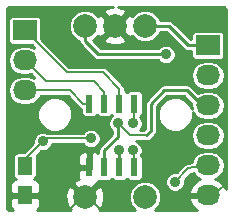
<source format=gbl>
G04 #@! TF.FileFunction,Copper,L2,Bot,Signal*
%FSLAX46Y46*%
G04 Gerber Fmt 4.6, Leading zero omitted, Abs format (unit mm)*
G04 Created by KiCad (PCBNEW 4.0.1-stable) date 3/1/2016 8:27:16 PM*
%MOMM*%
G01*
G04 APERTURE LIST*
%ADD10C,0.150000*%
%ADD11R,1.250000X1.500000*%
%ADD12C,2.000000*%
%ADD13R,2.032000X1.727200*%
%ADD14O,2.032000X1.727200*%
%ADD15R,0.600000X1.550000*%
%ADD16C,0.889000*%
%ADD17C,0.254000*%
%ADD18C,0.203200*%
G04 APERTURE END LIST*
D10*
D11*
X42672000Y-47010000D03*
X42672000Y-49510000D03*
D12*
X47752000Y-35172000D03*
X50292000Y-35172000D03*
X52832000Y-35172000D03*
X52832000Y-49672000D03*
X47752000Y-49672000D03*
D13*
X58166000Y-36830000D03*
D14*
X58166000Y-39370000D03*
X58166000Y-41910000D03*
X58166000Y-44450000D03*
X58166000Y-46990000D03*
X58166000Y-49530000D03*
D13*
X42672000Y-35560000D03*
D14*
X42672000Y-38100000D03*
X42672000Y-40640000D03*
D15*
X51943000Y-47150000D03*
X50673000Y-47150000D03*
X49403000Y-47150000D03*
X48133000Y-47150000D03*
X48133000Y-41750000D03*
X49403000Y-41750000D03*
X50673000Y-41750000D03*
X51943000Y-41750000D03*
D16*
X54610000Y-37592000D03*
X50546000Y-43434000D03*
X48260000Y-44704000D03*
X55372000Y-48387000D03*
X44196000Y-44958000D03*
X54102000Y-47244000D03*
X51816000Y-43434000D03*
X50673000Y-45720000D03*
X51816000Y-45720000D03*
D17*
X54610000Y-37592000D02*
X48895000Y-37592000D01*
X47752000Y-36449000D02*
X47752000Y-35172000D01*
X48895000Y-37592000D02*
X47752000Y-36449000D01*
D18*
X47752000Y-35172000D02*
X47752000Y-35814000D01*
D17*
X58166000Y-36830000D02*
X56515000Y-36830000D01*
X54857000Y-35172000D02*
X52832000Y-35172000D01*
X56515000Y-36830000D02*
X54857000Y-35172000D01*
X58166000Y-41910000D02*
X57658000Y-41910000D01*
X57658000Y-41910000D02*
X56388000Y-40640000D01*
X53340000Y-44069000D02*
X52959000Y-44450000D01*
X53340000Y-41783000D02*
X53340000Y-44069000D01*
X54483000Y-40640000D02*
X53340000Y-41783000D01*
X56388000Y-40640000D02*
X54483000Y-40640000D01*
X49403000Y-47150000D02*
X49403000Y-45720000D01*
X50546000Y-44577000D02*
X50546000Y-43434000D01*
X49403000Y-45720000D02*
X50546000Y-44577000D01*
D18*
X58166000Y-42037000D02*
X58166000Y-41910000D01*
X52959000Y-44450000D02*
X51562000Y-44450000D01*
X51562000Y-44450000D02*
X50546000Y-43434000D01*
X58166000Y-41910000D02*
X57404000Y-41910000D01*
X44450000Y-44704000D02*
X48260000Y-44704000D01*
X44196000Y-44958000D02*
X44450000Y-44704000D01*
X42672000Y-47010000D02*
X42672000Y-46482000D01*
X42672000Y-46482000D02*
X44196000Y-44958000D01*
X56515000Y-47244000D02*
X58166000Y-46990000D01*
X55372000Y-48387000D02*
X56515000Y-47244000D01*
X50292000Y-35172000D02*
X50299000Y-35172000D01*
X47752000Y-49672000D02*
X47483000Y-49672000D01*
X47483000Y-49672000D02*
X46482000Y-50673000D01*
X47752000Y-49672000D02*
X48021000Y-49672000D01*
X48021000Y-49672000D02*
X49022000Y-50673000D01*
X58166000Y-49530000D02*
X58547000Y-49530000D01*
X58547000Y-49530000D02*
X59563000Y-48768000D01*
X51943000Y-41750000D02*
X51943000Y-43307000D01*
X51943000Y-43307000D02*
X51816000Y-43434000D01*
D17*
X50673000Y-47150000D02*
X50673000Y-45720000D01*
D18*
X51816000Y-45720000D02*
X51943000Y-45847000D01*
X51943000Y-45847000D02*
X51943000Y-47150000D01*
X50673000Y-41750000D02*
X50673000Y-40513000D01*
X46228000Y-39116000D02*
X42672000Y-35560000D01*
X49276000Y-39116000D02*
X46228000Y-39116000D01*
X50673000Y-40513000D02*
X49276000Y-39116000D01*
X50673000Y-41750000D02*
X50673000Y-41021000D01*
X49403000Y-41750000D02*
X49403000Y-40767000D01*
X44450000Y-39878000D02*
X42672000Y-38100000D01*
X48514000Y-39878000D02*
X44450000Y-39878000D01*
X49403000Y-40767000D02*
X48514000Y-39878000D01*
X49403000Y-41750000D02*
X49403000Y-41275000D01*
X48133000Y-41750000D02*
X47592000Y-41750000D01*
X46482000Y-40640000D02*
X42672000Y-40640000D01*
X47592000Y-41750000D02*
X46482000Y-40640000D01*
D17*
G36*
X49906540Y-33550144D02*
X49417736Y-33752613D01*
X49319073Y-34019468D01*
X50292000Y-34992395D01*
X51264927Y-34019468D01*
X51166264Y-33752613D01*
X50595859Y-33540700D01*
X59384714Y-33540700D01*
X59524437Y-33568493D01*
X59599411Y-33618589D01*
X59649507Y-33693563D01*
X59677300Y-33833286D01*
X59677300Y-48961296D01*
X59516732Y-48627964D01*
X59080320Y-48238046D01*
X58807757Y-48142704D01*
X58822057Y-48139860D01*
X59225834Y-47870065D01*
X59495629Y-47466288D01*
X59590369Y-46990000D01*
X59495629Y-46513712D01*
X59225834Y-46109935D01*
X58822057Y-45840140D01*
X58345769Y-45745400D01*
X57986231Y-45745400D01*
X57509943Y-45840140D01*
X57106166Y-46109935D01*
X56836371Y-46513712D01*
X56796857Y-46712360D01*
X56441617Y-46767012D01*
X56387157Y-46786830D01*
X56330317Y-46798136D01*
X56299498Y-46818729D01*
X56264668Y-46831403D01*
X56221940Y-46870551D01*
X56173750Y-46902750D01*
X55514876Y-47561624D01*
X55208518Y-47561357D01*
X54905002Y-47686767D01*
X54672583Y-47918781D01*
X54546643Y-48222077D01*
X54546357Y-48550482D01*
X54671767Y-48853998D01*
X54903781Y-49086417D01*
X55207077Y-49212357D01*
X55535482Y-49212643D01*
X55838998Y-49087233D01*
X56071417Y-48855219D01*
X56197357Y-48551923D01*
X56197625Y-48243875D01*
X56744535Y-47696965D01*
X56967576Y-47662651D01*
X57106166Y-47870065D01*
X57509943Y-48139860D01*
X57524243Y-48142704D01*
X57251680Y-48238046D01*
X56815268Y-48627964D01*
X56561291Y-49155209D01*
X56558642Y-49170974D01*
X56679783Y-49403000D01*
X58039000Y-49403000D01*
X58039000Y-49383000D01*
X58293000Y-49383000D01*
X58293000Y-49403000D01*
X58313000Y-49403000D01*
X58313000Y-49657000D01*
X58293000Y-49657000D01*
X58293000Y-49677000D01*
X58039000Y-49677000D01*
X58039000Y-49657000D01*
X56679783Y-49657000D01*
X56558642Y-49889026D01*
X56561291Y-49904791D01*
X56815268Y-50432036D01*
X57212894Y-50787300D01*
X53669486Y-50787300D01*
X54002072Y-50455295D01*
X54212759Y-49947903D01*
X54213239Y-49398507D01*
X54003437Y-48890749D01*
X53615295Y-48501928D01*
X53107903Y-48291241D01*
X52558507Y-48290761D01*
X52050749Y-48500563D01*
X51661928Y-48888705D01*
X51451241Y-49396097D01*
X51450761Y-49945493D01*
X51660563Y-50453251D01*
X51994029Y-50787300D01*
X48990720Y-50787300D01*
X49018814Y-50759206D01*
X48904534Y-50644926D01*
X49171387Y-50546264D01*
X49397908Y-49936539D01*
X49373856Y-49286540D01*
X49171387Y-48797736D01*
X48904532Y-48699073D01*
X47931605Y-49672000D01*
X47945748Y-49686143D01*
X47766143Y-49865748D01*
X47752000Y-49851605D01*
X47737858Y-49865748D01*
X47558253Y-49686143D01*
X47572395Y-49672000D01*
X46599468Y-48699073D01*
X46332613Y-48797736D01*
X46106092Y-49407461D01*
X46130144Y-50057460D01*
X46332613Y-50546264D01*
X46599466Y-50644926D01*
X46485186Y-50759206D01*
X46513280Y-50787300D01*
X43667726Y-50787300D01*
X43835327Y-50619698D01*
X43932000Y-50386309D01*
X43932000Y-49795750D01*
X43773250Y-49637000D01*
X42799000Y-49637000D01*
X42799000Y-49657000D01*
X42545000Y-49657000D01*
X42545000Y-49637000D01*
X41570750Y-49637000D01*
X41412000Y-49795750D01*
X41412000Y-50386309D01*
X41508673Y-50619698D01*
X41676274Y-50787300D01*
X41453286Y-50787300D01*
X41313563Y-50759507D01*
X41238589Y-50709411D01*
X41188493Y-50634437D01*
X41160700Y-50494714D01*
X41160700Y-48633691D01*
X41412000Y-48633691D01*
X41412000Y-49224250D01*
X41570750Y-49383000D01*
X42545000Y-49383000D01*
X42545000Y-49363000D01*
X42799000Y-49363000D01*
X42799000Y-49383000D01*
X43773250Y-49383000D01*
X43932000Y-49224250D01*
X43932000Y-48633691D01*
X43835327Y-48400302D01*
X43656699Y-48221673D01*
X43423310Y-48125000D01*
X43421699Y-48125000D01*
X43438190Y-48121897D01*
X43567865Y-48038454D01*
X43654859Y-47911134D01*
X43685464Y-47760000D01*
X43685464Y-46260000D01*
X43683337Y-46248691D01*
X47198000Y-46248691D01*
X47198000Y-46864250D01*
X47356750Y-47023000D01*
X48006000Y-47023000D01*
X48006000Y-45898750D01*
X47847250Y-45740000D01*
X47706690Y-45740000D01*
X47473301Y-45836673D01*
X47294673Y-46015302D01*
X47198000Y-46248691D01*
X43683337Y-46248691D01*
X43668208Y-46168292D01*
X44053123Y-45783376D01*
X44359482Y-45783643D01*
X44662998Y-45658233D01*
X44895417Y-45426219D01*
X44994916Y-45186600D01*
X47575342Y-45186600D01*
X47791781Y-45403417D01*
X48095077Y-45529357D01*
X48423482Y-45529643D01*
X48726998Y-45404233D01*
X48959417Y-45172219D01*
X49085357Y-44868923D01*
X49085643Y-44540518D01*
X48960233Y-44237002D01*
X48728219Y-44004583D01*
X48424923Y-43878643D01*
X48096518Y-43878357D01*
X47793002Y-44003767D01*
X47574989Y-44221400D01*
X44574673Y-44221400D01*
X44360923Y-44132643D01*
X44032518Y-44132357D01*
X43729002Y-44257767D01*
X43496583Y-44489781D01*
X43370643Y-44793077D01*
X43370375Y-45101126D01*
X42599964Y-45871536D01*
X42047000Y-45871536D01*
X41905810Y-45898103D01*
X41776135Y-45981546D01*
X41689141Y-46108866D01*
X41658536Y-46260000D01*
X41658536Y-47760000D01*
X41685103Y-47901190D01*
X41768546Y-48030865D01*
X41895866Y-48117859D01*
X41931130Y-48125000D01*
X41920690Y-48125000D01*
X41687301Y-48221673D01*
X41508673Y-48400302D01*
X41412000Y-48633691D01*
X41160700Y-48633691D01*
X41160700Y-42965297D01*
X43710743Y-42965297D01*
X43935737Y-43509823D01*
X44351985Y-43926799D01*
X44896118Y-44152743D01*
X45485297Y-44153257D01*
X46029823Y-43928263D01*
X46446799Y-43512015D01*
X46672743Y-42967882D01*
X46673257Y-42378703D01*
X46448263Y-41834177D01*
X46032015Y-41417201D01*
X45487882Y-41191257D01*
X44898703Y-41190743D01*
X44354177Y-41415737D01*
X43937201Y-41831985D01*
X43711257Y-42376118D01*
X43710743Y-42965297D01*
X41160700Y-42965297D01*
X41160700Y-38100000D01*
X41247631Y-38100000D01*
X41342371Y-38576288D01*
X41612166Y-38980065D01*
X42015943Y-39249860D01*
X42492231Y-39344600D01*
X42851769Y-39344600D01*
X43170667Y-39281167D01*
X43483511Y-39594011D01*
X43328057Y-39490140D01*
X42851769Y-39395400D01*
X42492231Y-39395400D01*
X42015943Y-39490140D01*
X41612166Y-39759935D01*
X41342371Y-40163712D01*
X41247631Y-40640000D01*
X41342371Y-41116288D01*
X41612166Y-41520065D01*
X42015943Y-41789860D01*
X42492231Y-41884600D01*
X42851769Y-41884600D01*
X43328057Y-41789860D01*
X43731834Y-41520065D01*
X43997411Y-41122600D01*
X46282100Y-41122600D01*
X47250750Y-42091250D01*
X47407317Y-42195864D01*
X47444536Y-42203267D01*
X47444536Y-42525000D01*
X47471103Y-42666190D01*
X47554546Y-42795865D01*
X47681866Y-42882859D01*
X47833000Y-42913464D01*
X48433000Y-42913464D01*
X48574190Y-42886897D01*
X48703865Y-42803454D01*
X48768530Y-42708813D01*
X48824546Y-42795865D01*
X48951866Y-42882859D01*
X49103000Y-42913464D01*
X49703000Y-42913464D01*
X49844190Y-42886897D01*
X49973865Y-42803454D01*
X50038530Y-42708813D01*
X50064136Y-42748607D01*
X49846583Y-42965781D01*
X49720643Y-43269077D01*
X49720357Y-43597482D01*
X49845767Y-43900998D01*
X50038000Y-44093567D01*
X50038000Y-44366580D01*
X49043790Y-45360790D01*
X48933669Y-45525597D01*
X48895000Y-45720000D01*
X48895000Y-45938975D01*
X48792699Y-45836673D01*
X48559310Y-45740000D01*
X48418750Y-45740000D01*
X48260000Y-45898750D01*
X48260000Y-47023000D01*
X48280000Y-47023000D01*
X48280000Y-47277000D01*
X48260000Y-47277000D01*
X48260000Y-47297000D01*
X48006000Y-47297000D01*
X48006000Y-47277000D01*
X47356750Y-47277000D01*
X47198000Y-47435750D01*
X47198000Y-48051309D01*
X47222270Y-48109902D01*
X46877736Y-48252613D01*
X46779073Y-48519468D01*
X47752000Y-49492395D01*
X48724927Y-48519468D01*
X48715927Y-48495127D01*
X48792699Y-48463327D01*
X48969579Y-48286446D01*
X49103000Y-48313464D01*
X49703000Y-48313464D01*
X49844190Y-48286897D01*
X49973865Y-48203454D01*
X50038530Y-48108813D01*
X50094546Y-48195865D01*
X50221866Y-48282859D01*
X50373000Y-48313464D01*
X50973000Y-48313464D01*
X51114190Y-48286897D01*
X51243865Y-48203454D01*
X51308530Y-48108813D01*
X51364546Y-48195865D01*
X51491866Y-48282859D01*
X51643000Y-48313464D01*
X52243000Y-48313464D01*
X52384190Y-48286897D01*
X52513865Y-48203454D01*
X52600859Y-48076134D01*
X52631464Y-47925000D01*
X52631464Y-46375000D01*
X52604897Y-46233810D01*
X52539006Y-46131411D01*
X52641357Y-45884923D01*
X52641643Y-45556518D01*
X52516233Y-45253002D01*
X52284219Y-45020583D01*
X52072333Y-44932600D01*
X52831305Y-44932600D01*
X52959000Y-44958000D01*
X53153403Y-44919331D01*
X53318210Y-44809210D01*
X53677420Y-44450000D01*
X56741631Y-44450000D01*
X56836371Y-44926288D01*
X57106166Y-45330065D01*
X57509943Y-45599860D01*
X57986231Y-45694600D01*
X58345769Y-45694600D01*
X58822057Y-45599860D01*
X59225834Y-45330065D01*
X59495629Y-44926288D01*
X59590369Y-44450000D01*
X59495629Y-43973712D01*
X59225834Y-43569935D01*
X58822057Y-43300140D01*
X58345769Y-43205400D01*
X57986231Y-43205400D01*
X57509943Y-43300140D01*
X57106166Y-43569935D01*
X56836371Y-43973712D01*
X56741631Y-44450000D01*
X53677420Y-44450000D01*
X53699210Y-44428211D01*
X53809331Y-44263404D01*
X53831240Y-44153257D01*
X53848000Y-44069000D01*
X53848000Y-41993420D01*
X54693420Y-41148000D01*
X56177580Y-41148000D01*
X56774473Y-41744893D01*
X56741631Y-41910000D01*
X56799221Y-42199522D01*
X56648263Y-41834177D01*
X56232015Y-41417201D01*
X55687882Y-41191257D01*
X55098703Y-41190743D01*
X54554177Y-41415737D01*
X54137201Y-41831985D01*
X53911257Y-42376118D01*
X53910743Y-42965297D01*
X54135737Y-43509823D01*
X54551985Y-43926799D01*
X55096118Y-44152743D01*
X55685297Y-44153257D01*
X56229823Y-43928263D01*
X56646799Y-43512015D01*
X56872743Y-42967882D01*
X56873202Y-42441410D01*
X57106166Y-42790065D01*
X57509943Y-43059860D01*
X57986231Y-43154600D01*
X58345769Y-43154600D01*
X58822057Y-43059860D01*
X59225834Y-42790065D01*
X59495629Y-42386288D01*
X59590369Y-41910000D01*
X59495629Y-41433712D01*
X59225834Y-41029935D01*
X58822057Y-40760140D01*
X58345769Y-40665400D01*
X57986231Y-40665400D01*
X57509943Y-40760140D01*
X57340067Y-40873647D01*
X56747210Y-40280790D01*
X56582403Y-40170669D01*
X56388000Y-40132000D01*
X54483000Y-40132000D01*
X54288596Y-40170669D01*
X54123790Y-40280790D01*
X52980790Y-41423790D01*
X52870669Y-41588597D01*
X52832000Y-41783000D01*
X52832000Y-43858579D01*
X52723180Y-43967400D01*
X52450122Y-43967400D01*
X52515417Y-43902219D01*
X52641357Y-43598923D01*
X52641643Y-43270518D01*
X52516233Y-42967002D01*
X52425600Y-42876211D01*
X52425600Y-42860251D01*
X52513865Y-42803454D01*
X52600859Y-42676134D01*
X52631464Y-42525000D01*
X52631464Y-40975000D01*
X52604897Y-40833810D01*
X52521454Y-40704135D01*
X52394134Y-40617141D01*
X52243000Y-40586536D01*
X51643000Y-40586536D01*
X51501810Y-40613103D01*
X51372135Y-40696546D01*
X51307470Y-40791187D01*
X51251454Y-40704135D01*
X51155600Y-40638641D01*
X51155600Y-40513000D01*
X51118864Y-40328317D01*
X51014250Y-40171750D01*
X51014247Y-40171748D01*
X50212500Y-39370000D01*
X56741631Y-39370000D01*
X56836371Y-39846288D01*
X57106166Y-40250065D01*
X57509943Y-40519860D01*
X57986231Y-40614600D01*
X58345769Y-40614600D01*
X58822057Y-40519860D01*
X59225834Y-40250065D01*
X59495629Y-39846288D01*
X59590369Y-39370000D01*
X59495629Y-38893712D01*
X59225834Y-38489935D01*
X58822057Y-38220140D01*
X58345769Y-38125400D01*
X57986231Y-38125400D01*
X57509943Y-38220140D01*
X57106166Y-38489935D01*
X56836371Y-38893712D01*
X56741631Y-39370000D01*
X50212500Y-39370000D01*
X49617250Y-38774750D01*
X49460683Y-38670136D01*
X49276000Y-38633400D01*
X46427899Y-38633400D01*
X44076464Y-36281964D01*
X44076464Y-35445493D01*
X46370761Y-35445493D01*
X46580563Y-35953251D01*
X46968705Y-36342072D01*
X47245601Y-36457049D01*
X47282669Y-36643403D01*
X47392790Y-36808210D01*
X48535790Y-37951210D01*
X48700596Y-38061331D01*
X48895000Y-38100000D01*
X53950698Y-38100000D01*
X54141781Y-38291417D01*
X54445077Y-38417357D01*
X54773482Y-38417643D01*
X55076998Y-38292233D01*
X55309417Y-38060219D01*
X55435357Y-37756923D01*
X55435643Y-37428518D01*
X55310233Y-37125002D01*
X55078219Y-36892583D01*
X54774923Y-36766643D01*
X54446518Y-36766357D01*
X54143002Y-36891767D01*
X53950433Y-37084000D01*
X49105420Y-37084000D01*
X48414092Y-36392672D01*
X48533251Y-36343437D01*
X48552189Y-36324532D01*
X49319073Y-36324532D01*
X49417736Y-36591387D01*
X50027461Y-36817908D01*
X50677460Y-36793856D01*
X51166264Y-36591387D01*
X51264927Y-36324532D01*
X50292000Y-35351605D01*
X49319073Y-36324532D01*
X48552189Y-36324532D01*
X48860423Y-36016836D01*
X48872613Y-36046264D01*
X49139468Y-36144927D01*
X50112395Y-35172000D01*
X50471605Y-35172000D01*
X51444532Y-36144927D01*
X51711387Y-36046264D01*
X51722786Y-36015582D01*
X52048705Y-36342072D01*
X52556097Y-36552759D01*
X53105493Y-36553239D01*
X53613251Y-36343437D01*
X54002072Y-35955295D01*
X54116384Y-35680000D01*
X54646580Y-35680000D01*
X56155790Y-37189210D01*
X56320596Y-37299331D01*
X56515000Y-37338000D01*
X56761536Y-37338000D01*
X56761536Y-37693600D01*
X56788103Y-37834790D01*
X56871546Y-37964465D01*
X56998866Y-38051459D01*
X57150000Y-38082064D01*
X59182000Y-38082064D01*
X59323190Y-38055497D01*
X59452865Y-37972054D01*
X59539859Y-37844734D01*
X59570464Y-37693600D01*
X59570464Y-35966400D01*
X59543897Y-35825210D01*
X59460454Y-35695535D01*
X59333134Y-35608541D01*
X59182000Y-35577936D01*
X57150000Y-35577936D01*
X57008810Y-35604503D01*
X56879135Y-35687946D01*
X56792141Y-35815266D01*
X56761536Y-35966400D01*
X56761536Y-36322000D01*
X56725420Y-36322000D01*
X55216210Y-34812790D01*
X55051403Y-34702669D01*
X54857000Y-34664000D01*
X54116342Y-34664000D01*
X54003437Y-34390749D01*
X53615295Y-34001928D01*
X53107903Y-33791241D01*
X52558507Y-33790761D01*
X52050749Y-34000563D01*
X51723577Y-34327164D01*
X51711387Y-34297736D01*
X51444532Y-34199073D01*
X50471605Y-35172000D01*
X50112395Y-35172000D01*
X49139468Y-34199073D01*
X48872613Y-34297736D01*
X48861214Y-34328418D01*
X48535295Y-34001928D01*
X48027903Y-33791241D01*
X47478507Y-33790761D01*
X46970749Y-34000563D01*
X46581928Y-34388705D01*
X46371241Y-34896097D01*
X46370761Y-35445493D01*
X44076464Y-35445493D01*
X44076464Y-34696400D01*
X44049897Y-34555210D01*
X43966454Y-34425535D01*
X43839134Y-34338541D01*
X43688000Y-34307936D01*
X41656000Y-34307936D01*
X41514810Y-34334503D01*
X41385135Y-34417946D01*
X41298141Y-34545266D01*
X41267536Y-34696400D01*
X41267536Y-36423600D01*
X41294103Y-36564790D01*
X41377546Y-36694465D01*
X41504866Y-36781459D01*
X41656000Y-36812064D01*
X43241564Y-36812064D01*
X43483512Y-37054012D01*
X43328057Y-36950140D01*
X42851769Y-36855400D01*
X42492231Y-36855400D01*
X42015943Y-36950140D01*
X41612166Y-37219935D01*
X41342371Y-37623712D01*
X41247631Y-38100000D01*
X41160700Y-38100000D01*
X41160700Y-33833286D01*
X41188493Y-33693563D01*
X41238589Y-33618589D01*
X41313563Y-33568493D01*
X41453286Y-33540700D01*
X50161762Y-33540700D01*
X49906540Y-33550144D01*
X49906540Y-33550144D01*
G37*
X49906540Y-33550144D02*
X49417736Y-33752613D01*
X49319073Y-34019468D01*
X50292000Y-34992395D01*
X51264927Y-34019468D01*
X51166264Y-33752613D01*
X50595859Y-33540700D01*
X59384714Y-33540700D01*
X59524437Y-33568493D01*
X59599411Y-33618589D01*
X59649507Y-33693563D01*
X59677300Y-33833286D01*
X59677300Y-48961296D01*
X59516732Y-48627964D01*
X59080320Y-48238046D01*
X58807757Y-48142704D01*
X58822057Y-48139860D01*
X59225834Y-47870065D01*
X59495629Y-47466288D01*
X59590369Y-46990000D01*
X59495629Y-46513712D01*
X59225834Y-46109935D01*
X58822057Y-45840140D01*
X58345769Y-45745400D01*
X57986231Y-45745400D01*
X57509943Y-45840140D01*
X57106166Y-46109935D01*
X56836371Y-46513712D01*
X56796857Y-46712360D01*
X56441617Y-46767012D01*
X56387157Y-46786830D01*
X56330317Y-46798136D01*
X56299498Y-46818729D01*
X56264668Y-46831403D01*
X56221940Y-46870551D01*
X56173750Y-46902750D01*
X55514876Y-47561624D01*
X55208518Y-47561357D01*
X54905002Y-47686767D01*
X54672583Y-47918781D01*
X54546643Y-48222077D01*
X54546357Y-48550482D01*
X54671767Y-48853998D01*
X54903781Y-49086417D01*
X55207077Y-49212357D01*
X55535482Y-49212643D01*
X55838998Y-49087233D01*
X56071417Y-48855219D01*
X56197357Y-48551923D01*
X56197625Y-48243875D01*
X56744535Y-47696965D01*
X56967576Y-47662651D01*
X57106166Y-47870065D01*
X57509943Y-48139860D01*
X57524243Y-48142704D01*
X57251680Y-48238046D01*
X56815268Y-48627964D01*
X56561291Y-49155209D01*
X56558642Y-49170974D01*
X56679783Y-49403000D01*
X58039000Y-49403000D01*
X58039000Y-49383000D01*
X58293000Y-49383000D01*
X58293000Y-49403000D01*
X58313000Y-49403000D01*
X58313000Y-49657000D01*
X58293000Y-49657000D01*
X58293000Y-49677000D01*
X58039000Y-49677000D01*
X58039000Y-49657000D01*
X56679783Y-49657000D01*
X56558642Y-49889026D01*
X56561291Y-49904791D01*
X56815268Y-50432036D01*
X57212894Y-50787300D01*
X53669486Y-50787300D01*
X54002072Y-50455295D01*
X54212759Y-49947903D01*
X54213239Y-49398507D01*
X54003437Y-48890749D01*
X53615295Y-48501928D01*
X53107903Y-48291241D01*
X52558507Y-48290761D01*
X52050749Y-48500563D01*
X51661928Y-48888705D01*
X51451241Y-49396097D01*
X51450761Y-49945493D01*
X51660563Y-50453251D01*
X51994029Y-50787300D01*
X48990720Y-50787300D01*
X49018814Y-50759206D01*
X48904534Y-50644926D01*
X49171387Y-50546264D01*
X49397908Y-49936539D01*
X49373856Y-49286540D01*
X49171387Y-48797736D01*
X48904532Y-48699073D01*
X47931605Y-49672000D01*
X47945748Y-49686143D01*
X47766143Y-49865748D01*
X47752000Y-49851605D01*
X47737858Y-49865748D01*
X47558253Y-49686143D01*
X47572395Y-49672000D01*
X46599468Y-48699073D01*
X46332613Y-48797736D01*
X46106092Y-49407461D01*
X46130144Y-50057460D01*
X46332613Y-50546264D01*
X46599466Y-50644926D01*
X46485186Y-50759206D01*
X46513280Y-50787300D01*
X43667726Y-50787300D01*
X43835327Y-50619698D01*
X43932000Y-50386309D01*
X43932000Y-49795750D01*
X43773250Y-49637000D01*
X42799000Y-49637000D01*
X42799000Y-49657000D01*
X42545000Y-49657000D01*
X42545000Y-49637000D01*
X41570750Y-49637000D01*
X41412000Y-49795750D01*
X41412000Y-50386309D01*
X41508673Y-50619698D01*
X41676274Y-50787300D01*
X41453286Y-50787300D01*
X41313563Y-50759507D01*
X41238589Y-50709411D01*
X41188493Y-50634437D01*
X41160700Y-50494714D01*
X41160700Y-48633691D01*
X41412000Y-48633691D01*
X41412000Y-49224250D01*
X41570750Y-49383000D01*
X42545000Y-49383000D01*
X42545000Y-49363000D01*
X42799000Y-49363000D01*
X42799000Y-49383000D01*
X43773250Y-49383000D01*
X43932000Y-49224250D01*
X43932000Y-48633691D01*
X43835327Y-48400302D01*
X43656699Y-48221673D01*
X43423310Y-48125000D01*
X43421699Y-48125000D01*
X43438190Y-48121897D01*
X43567865Y-48038454D01*
X43654859Y-47911134D01*
X43685464Y-47760000D01*
X43685464Y-46260000D01*
X43683337Y-46248691D01*
X47198000Y-46248691D01*
X47198000Y-46864250D01*
X47356750Y-47023000D01*
X48006000Y-47023000D01*
X48006000Y-45898750D01*
X47847250Y-45740000D01*
X47706690Y-45740000D01*
X47473301Y-45836673D01*
X47294673Y-46015302D01*
X47198000Y-46248691D01*
X43683337Y-46248691D01*
X43668208Y-46168292D01*
X44053123Y-45783376D01*
X44359482Y-45783643D01*
X44662998Y-45658233D01*
X44895417Y-45426219D01*
X44994916Y-45186600D01*
X47575342Y-45186600D01*
X47791781Y-45403417D01*
X48095077Y-45529357D01*
X48423482Y-45529643D01*
X48726998Y-45404233D01*
X48959417Y-45172219D01*
X49085357Y-44868923D01*
X49085643Y-44540518D01*
X48960233Y-44237002D01*
X48728219Y-44004583D01*
X48424923Y-43878643D01*
X48096518Y-43878357D01*
X47793002Y-44003767D01*
X47574989Y-44221400D01*
X44574673Y-44221400D01*
X44360923Y-44132643D01*
X44032518Y-44132357D01*
X43729002Y-44257767D01*
X43496583Y-44489781D01*
X43370643Y-44793077D01*
X43370375Y-45101126D01*
X42599964Y-45871536D01*
X42047000Y-45871536D01*
X41905810Y-45898103D01*
X41776135Y-45981546D01*
X41689141Y-46108866D01*
X41658536Y-46260000D01*
X41658536Y-47760000D01*
X41685103Y-47901190D01*
X41768546Y-48030865D01*
X41895866Y-48117859D01*
X41931130Y-48125000D01*
X41920690Y-48125000D01*
X41687301Y-48221673D01*
X41508673Y-48400302D01*
X41412000Y-48633691D01*
X41160700Y-48633691D01*
X41160700Y-42965297D01*
X43710743Y-42965297D01*
X43935737Y-43509823D01*
X44351985Y-43926799D01*
X44896118Y-44152743D01*
X45485297Y-44153257D01*
X46029823Y-43928263D01*
X46446799Y-43512015D01*
X46672743Y-42967882D01*
X46673257Y-42378703D01*
X46448263Y-41834177D01*
X46032015Y-41417201D01*
X45487882Y-41191257D01*
X44898703Y-41190743D01*
X44354177Y-41415737D01*
X43937201Y-41831985D01*
X43711257Y-42376118D01*
X43710743Y-42965297D01*
X41160700Y-42965297D01*
X41160700Y-38100000D01*
X41247631Y-38100000D01*
X41342371Y-38576288D01*
X41612166Y-38980065D01*
X42015943Y-39249860D01*
X42492231Y-39344600D01*
X42851769Y-39344600D01*
X43170667Y-39281167D01*
X43483511Y-39594011D01*
X43328057Y-39490140D01*
X42851769Y-39395400D01*
X42492231Y-39395400D01*
X42015943Y-39490140D01*
X41612166Y-39759935D01*
X41342371Y-40163712D01*
X41247631Y-40640000D01*
X41342371Y-41116288D01*
X41612166Y-41520065D01*
X42015943Y-41789860D01*
X42492231Y-41884600D01*
X42851769Y-41884600D01*
X43328057Y-41789860D01*
X43731834Y-41520065D01*
X43997411Y-41122600D01*
X46282100Y-41122600D01*
X47250750Y-42091250D01*
X47407317Y-42195864D01*
X47444536Y-42203267D01*
X47444536Y-42525000D01*
X47471103Y-42666190D01*
X47554546Y-42795865D01*
X47681866Y-42882859D01*
X47833000Y-42913464D01*
X48433000Y-42913464D01*
X48574190Y-42886897D01*
X48703865Y-42803454D01*
X48768530Y-42708813D01*
X48824546Y-42795865D01*
X48951866Y-42882859D01*
X49103000Y-42913464D01*
X49703000Y-42913464D01*
X49844190Y-42886897D01*
X49973865Y-42803454D01*
X50038530Y-42708813D01*
X50064136Y-42748607D01*
X49846583Y-42965781D01*
X49720643Y-43269077D01*
X49720357Y-43597482D01*
X49845767Y-43900998D01*
X50038000Y-44093567D01*
X50038000Y-44366580D01*
X49043790Y-45360790D01*
X48933669Y-45525597D01*
X48895000Y-45720000D01*
X48895000Y-45938975D01*
X48792699Y-45836673D01*
X48559310Y-45740000D01*
X48418750Y-45740000D01*
X48260000Y-45898750D01*
X48260000Y-47023000D01*
X48280000Y-47023000D01*
X48280000Y-47277000D01*
X48260000Y-47277000D01*
X48260000Y-47297000D01*
X48006000Y-47297000D01*
X48006000Y-47277000D01*
X47356750Y-47277000D01*
X47198000Y-47435750D01*
X47198000Y-48051309D01*
X47222270Y-48109902D01*
X46877736Y-48252613D01*
X46779073Y-48519468D01*
X47752000Y-49492395D01*
X48724927Y-48519468D01*
X48715927Y-48495127D01*
X48792699Y-48463327D01*
X48969579Y-48286446D01*
X49103000Y-48313464D01*
X49703000Y-48313464D01*
X49844190Y-48286897D01*
X49973865Y-48203454D01*
X50038530Y-48108813D01*
X50094546Y-48195865D01*
X50221866Y-48282859D01*
X50373000Y-48313464D01*
X50973000Y-48313464D01*
X51114190Y-48286897D01*
X51243865Y-48203454D01*
X51308530Y-48108813D01*
X51364546Y-48195865D01*
X51491866Y-48282859D01*
X51643000Y-48313464D01*
X52243000Y-48313464D01*
X52384190Y-48286897D01*
X52513865Y-48203454D01*
X52600859Y-48076134D01*
X52631464Y-47925000D01*
X52631464Y-46375000D01*
X52604897Y-46233810D01*
X52539006Y-46131411D01*
X52641357Y-45884923D01*
X52641643Y-45556518D01*
X52516233Y-45253002D01*
X52284219Y-45020583D01*
X52072333Y-44932600D01*
X52831305Y-44932600D01*
X52959000Y-44958000D01*
X53153403Y-44919331D01*
X53318210Y-44809210D01*
X53677420Y-44450000D01*
X56741631Y-44450000D01*
X56836371Y-44926288D01*
X57106166Y-45330065D01*
X57509943Y-45599860D01*
X57986231Y-45694600D01*
X58345769Y-45694600D01*
X58822057Y-45599860D01*
X59225834Y-45330065D01*
X59495629Y-44926288D01*
X59590369Y-44450000D01*
X59495629Y-43973712D01*
X59225834Y-43569935D01*
X58822057Y-43300140D01*
X58345769Y-43205400D01*
X57986231Y-43205400D01*
X57509943Y-43300140D01*
X57106166Y-43569935D01*
X56836371Y-43973712D01*
X56741631Y-44450000D01*
X53677420Y-44450000D01*
X53699210Y-44428211D01*
X53809331Y-44263404D01*
X53831240Y-44153257D01*
X53848000Y-44069000D01*
X53848000Y-41993420D01*
X54693420Y-41148000D01*
X56177580Y-41148000D01*
X56774473Y-41744893D01*
X56741631Y-41910000D01*
X56799221Y-42199522D01*
X56648263Y-41834177D01*
X56232015Y-41417201D01*
X55687882Y-41191257D01*
X55098703Y-41190743D01*
X54554177Y-41415737D01*
X54137201Y-41831985D01*
X53911257Y-42376118D01*
X53910743Y-42965297D01*
X54135737Y-43509823D01*
X54551985Y-43926799D01*
X55096118Y-44152743D01*
X55685297Y-44153257D01*
X56229823Y-43928263D01*
X56646799Y-43512015D01*
X56872743Y-42967882D01*
X56873202Y-42441410D01*
X57106166Y-42790065D01*
X57509943Y-43059860D01*
X57986231Y-43154600D01*
X58345769Y-43154600D01*
X58822057Y-43059860D01*
X59225834Y-42790065D01*
X59495629Y-42386288D01*
X59590369Y-41910000D01*
X59495629Y-41433712D01*
X59225834Y-41029935D01*
X58822057Y-40760140D01*
X58345769Y-40665400D01*
X57986231Y-40665400D01*
X57509943Y-40760140D01*
X57340067Y-40873647D01*
X56747210Y-40280790D01*
X56582403Y-40170669D01*
X56388000Y-40132000D01*
X54483000Y-40132000D01*
X54288596Y-40170669D01*
X54123790Y-40280790D01*
X52980790Y-41423790D01*
X52870669Y-41588597D01*
X52832000Y-41783000D01*
X52832000Y-43858579D01*
X52723180Y-43967400D01*
X52450122Y-43967400D01*
X52515417Y-43902219D01*
X52641357Y-43598923D01*
X52641643Y-43270518D01*
X52516233Y-42967002D01*
X52425600Y-42876211D01*
X52425600Y-42860251D01*
X52513865Y-42803454D01*
X52600859Y-42676134D01*
X52631464Y-42525000D01*
X52631464Y-40975000D01*
X52604897Y-40833810D01*
X52521454Y-40704135D01*
X52394134Y-40617141D01*
X52243000Y-40586536D01*
X51643000Y-40586536D01*
X51501810Y-40613103D01*
X51372135Y-40696546D01*
X51307470Y-40791187D01*
X51251454Y-40704135D01*
X51155600Y-40638641D01*
X51155600Y-40513000D01*
X51118864Y-40328317D01*
X51014250Y-40171750D01*
X51014247Y-40171748D01*
X50212500Y-39370000D01*
X56741631Y-39370000D01*
X56836371Y-39846288D01*
X57106166Y-40250065D01*
X57509943Y-40519860D01*
X57986231Y-40614600D01*
X58345769Y-40614600D01*
X58822057Y-40519860D01*
X59225834Y-40250065D01*
X59495629Y-39846288D01*
X59590369Y-39370000D01*
X59495629Y-38893712D01*
X59225834Y-38489935D01*
X58822057Y-38220140D01*
X58345769Y-38125400D01*
X57986231Y-38125400D01*
X57509943Y-38220140D01*
X57106166Y-38489935D01*
X56836371Y-38893712D01*
X56741631Y-39370000D01*
X50212500Y-39370000D01*
X49617250Y-38774750D01*
X49460683Y-38670136D01*
X49276000Y-38633400D01*
X46427899Y-38633400D01*
X44076464Y-36281964D01*
X44076464Y-35445493D01*
X46370761Y-35445493D01*
X46580563Y-35953251D01*
X46968705Y-36342072D01*
X47245601Y-36457049D01*
X47282669Y-36643403D01*
X47392790Y-36808210D01*
X48535790Y-37951210D01*
X48700596Y-38061331D01*
X48895000Y-38100000D01*
X53950698Y-38100000D01*
X54141781Y-38291417D01*
X54445077Y-38417357D01*
X54773482Y-38417643D01*
X55076998Y-38292233D01*
X55309417Y-38060219D01*
X55435357Y-37756923D01*
X55435643Y-37428518D01*
X55310233Y-37125002D01*
X55078219Y-36892583D01*
X54774923Y-36766643D01*
X54446518Y-36766357D01*
X54143002Y-36891767D01*
X53950433Y-37084000D01*
X49105420Y-37084000D01*
X48414092Y-36392672D01*
X48533251Y-36343437D01*
X48552189Y-36324532D01*
X49319073Y-36324532D01*
X49417736Y-36591387D01*
X50027461Y-36817908D01*
X50677460Y-36793856D01*
X51166264Y-36591387D01*
X51264927Y-36324532D01*
X50292000Y-35351605D01*
X49319073Y-36324532D01*
X48552189Y-36324532D01*
X48860423Y-36016836D01*
X48872613Y-36046264D01*
X49139468Y-36144927D01*
X50112395Y-35172000D01*
X50471605Y-35172000D01*
X51444532Y-36144927D01*
X51711387Y-36046264D01*
X51722786Y-36015582D01*
X52048705Y-36342072D01*
X52556097Y-36552759D01*
X53105493Y-36553239D01*
X53613251Y-36343437D01*
X54002072Y-35955295D01*
X54116384Y-35680000D01*
X54646580Y-35680000D01*
X56155790Y-37189210D01*
X56320596Y-37299331D01*
X56515000Y-37338000D01*
X56761536Y-37338000D01*
X56761536Y-37693600D01*
X56788103Y-37834790D01*
X56871546Y-37964465D01*
X56998866Y-38051459D01*
X57150000Y-38082064D01*
X59182000Y-38082064D01*
X59323190Y-38055497D01*
X59452865Y-37972054D01*
X59539859Y-37844734D01*
X59570464Y-37693600D01*
X59570464Y-35966400D01*
X59543897Y-35825210D01*
X59460454Y-35695535D01*
X59333134Y-35608541D01*
X59182000Y-35577936D01*
X57150000Y-35577936D01*
X57008810Y-35604503D01*
X56879135Y-35687946D01*
X56792141Y-35815266D01*
X56761536Y-35966400D01*
X56761536Y-36322000D01*
X56725420Y-36322000D01*
X55216210Y-34812790D01*
X55051403Y-34702669D01*
X54857000Y-34664000D01*
X54116342Y-34664000D01*
X54003437Y-34390749D01*
X53615295Y-34001928D01*
X53107903Y-33791241D01*
X52558507Y-33790761D01*
X52050749Y-34000563D01*
X51723577Y-34327164D01*
X51711387Y-34297736D01*
X51444532Y-34199073D01*
X50471605Y-35172000D01*
X50112395Y-35172000D01*
X49139468Y-34199073D01*
X48872613Y-34297736D01*
X48861214Y-34328418D01*
X48535295Y-34001928D01*
X48027903Y-33791241D01*
X47478507Y-33790761D01*
X46970749Y-34000563D01*
X46581928Y-34388705D01*
X46371241Y-34896097D01*
X46370761Y-35445493D01*
X44076464Y-35445493D01*
X44076464Y-34696400D01*
X44049897Y-34555210D01*
X43966454Y-34425535D01*
X43839134Y-34338541D01*
X43688000Y-34307936D01*
X41656000Y-34307936D01*
X41514810Y-34334503D01*
X41385135Y-34417946D01*
X41298141Y-34545266D01*
X41267536Y-34696400D01*
X41267536Y-36423600D01*
X41294103Y-36564790D01*
X41377546Y-36694465D01*
X41504866Y-36781459D01*
X41656000Y-36812064D01*
X43241564Y-36812064D01*
X43483512Y-37054012D01*
X43328057Y-36950140D01*
X42851769Y-36855400D01*
X42492231Y-36855400D01*
X42015943Y-36950140D01*
X41612166Y-37219935D01*
X41342371Y-37623712D01*
X41247631Y-38100000D01*
X41160700Y-38100000D01*
X41160700Y-33833286D01*
X41188493Y-33693563D01*
X41238589Y-33618589D01*
X41313563Y-33568493D01*
X41453286Y-33540700D01*
X50161762Y-33540700D01*
X49906540Y-33550144D01*
M02*

</source>
